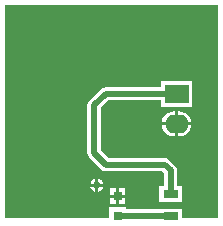
<source format=gbl>
G04*
G04 #@! TF.GenerationSoftware,Altium Limited,Altium Designer,20.1.7 (139)*
G04*
G04 Layer_Physical_Order=2*
G04 Layer_Color=16711680*
%FSLAX25Y25*%
%MOIN*%
G70*
G04*
G04 #@! TF.SameCoordinates,A38E65EC-B4ED-41E5-85B1-8330A3BA3D95*
G04*
G04*
G04 #@! TF.FilePolarity,Positive*
G04*
G01*
G75*
%ADD13R,0.03150X0.03150*%
%ADD14R,0.05118X0.02756*%
%ADD20C,0.01968*%
%ADD21R,0.07874X0.06299*%
%ADD22O,0.07874X0.06299*%
%ADD23C,0.02362*%
G36*
X74803Y3937D02*
X62795D01*
Y6890D01*
X55315D01*
Y6686D01*
X44094D01*
Y7382D01*
X38583D01*
Y3937D01*
X3937D01*
Y74803D01*
X74803D01*
Y3937D01*
D02*
G37*
%LPC*%
G36*
X66142Y49606D02*
X55905D01*
Y47483D01*
X37402D01*
X36557Y47315D01*
X35840Y46837D01*
X31903Y42900D01*
X31425Y42184D01*
X31257Y41339D01*
Y25591D01*
X31425Y24746D01*
X31903Y24029D01*
X35840Y20092D01*
X36557Y19614D01*
X37402Y19446D01*
X56172D01*
X56847Y18770D01*
Y14370D01*
X55315D01*
Y9252D01*
X62795D01*
Y14370D01*
X61263D01*
Y19685D01*
X61095Y20530D01*
X60616Y21246D01*
X58648Y23215D01*
X57932Y23693D01*
X57087Y23861D01*
X38316D01*
X35672Y26505D01*
Y40424D01*
X38316Y43068D01*
X55905D01*
Y40945D01*
X66142D01*
Y49606D01*
D02*
G37*
G36*
X61811Y39461D02*
X61524D01*
Y35776D01*
X65931D01*
X65854Y36359D01*
X65436Y37368D01*
X64771Y38235D01*
X63904Y38900D01*
X62894Y39318D01*
X61811Y39461D01*
D02*
G37*
G36*
X60524D02*
X60236D01*
X59153Y39318D01*
X58144Y38900D01*
X57277Y38235D01*
X56612Y37368D01*
X56193Y36359D01*
X56117Y35776D01*
X60524D01*
Y39461D01*
D02*
G37*
G36*
X65931Y34776D02*
X61524D01*
Y31090D01*
X61811D01*
X62894Y31233D01*
X63904Y31651D01*
X64771Y32316D01*
X65436Y33183D01*
X65854Y34192D01*
X65931Y34776D01*
D02*
G37*
G36*
X60524D02*
X56117D01*
X56193Y34192D01*
X56612Y33183D01*
X57277Y32316D01*
X58144Y31651D01*
X59153Y31233D01*
X60236Y31090D01*
X60524D01*
Y34776D01*
D02*
G37*
G36*
X34949Y16888D02*
Y15264D01*
X36573D01*
X36503Y15615D01*
X36021Y16336D01*
X35300Y16818D01*
X34949Y16888D01*
D02*
G37*
G36*
X33949D02*
X33598Y16818D01*
X32876Y16336D01*
X32394Y15615D01*
X32324Y15264D01*
X33949D01*
Y16888D01*
D02*
G37*
G36*
X36573Y14264D02*
X34949D01*
Y12639D01*
X35300Y12709D01*
X36021Y13191D01*
X36503Y13913D01*
X36573Y14264D01*
D02*
G37*
G36*
X33949D02*
X32324D01*
X32394Y13913D01*
X32876Y13191D01*
X33598Y12709D01*
X33949Y12639D01*
Y14264D01*
D02*
G37*
G36*
X43913Y13697D02*
X41839D01*
Y11622D01*
X43913D01*
Y13697D01*
D02*
G37*
G36*
X40839D02*
X38764D01*
Y11622D01*
X40839D01*
Y13697D01*
D02*
G37*
G36*
X43913Y10622D02*
X41839D01*
Y8547D01*
X43913D01*
Y10622D01*
D02*
G37*
G36*
X40839D02*
X38764D01*
Y8547D01*
X40839D01*
Y10622D01*
D02*
G37*
%LPD*%
D13*
X41339Y4626D02*
D03*
Y11122D02*
D03*
D14*
X59055Y4331D02*
D03*
Y11811D02*
D03*
D20*
X37402Y45276D02*
X61024D01*
X33465Y41339D02*
X37402Y45276D01*
X33465Y25591D02*
Y41339D01*
X37402Y21654D02*
X57087D01*
X33465Y25591D02*
X37402Y21654D01*
X59055Y11811D02*
Y19685D01*
X57087Y21654D02*
X59055Y19685D01*
X41339Y4626D02*
X41486Y4478D01*
X58908D01*
X59055Y4331D01*
D21*
X61024Y45276D02*
D03*
D22*
Y35276D02*
D03*
D23*
X34449Y14764D02*
D03*
M02*

</source>
